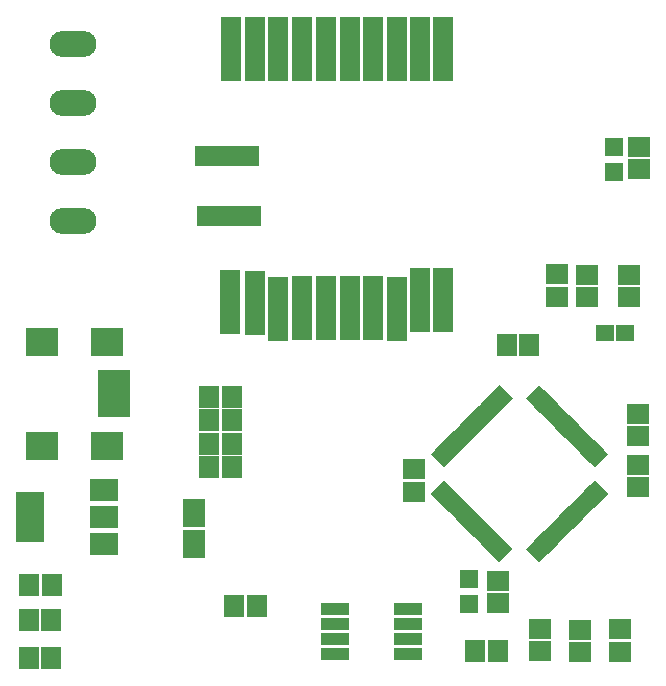
<source format=gbr>
G04 #@! TF.FileFunction,Soldermask,Top*
%FSLAX46Y46*%
G04 Gerber Fmt 4.6, Leading zero omitted, Abs format (unit mm)*
G04 Created by KiCad (PCBNEW 4.0.6) date 07/21/17 09:20:33*
%MOMM*%
%LPD*%
G01*
G04 APERTURE LIST*
%ADD10C,0.100000*%
%ADD11R,1.900000X1.700000*%
%ADD12R,2.800000X2.400000*%
%ADD13R,2.708000X0.900000*%
%ADD14R,1.700000X1.900000*%
%ADD15R,2.432000X1.060400*%
%ADD16R,1.500000X1.400000*%
%ADD17R,2.400000X1.900000*%
%ADD18R,2.400000X4.200000*%
%ADD19R,1.600000X1.600000*%
%ADD20R,1.670000X5.480000*%
%ADD21O,3.981400X2.190700*%
%ADD22R,5.480000X1.670000*%
%ADD23R,1.900000X2.400000*%
G04 APERTURE END LIST*
D10*
D11*
X169252900Y-129313900D03*
X169252900Y-131213900D03*
X172707300Y-129263100D03*
X172707300Y-131163100D03*
X155206700Y-117624900D03*
X155206700Y-115724900D03*
D12*
X129242700Y-104908900D03*
D13*
X129806700Y-107708900D03*
X129806700Y-108508900D03*
X129806700Y-109308900D03*
X129806700Y-110108900D03*
X129806700Y-110908900D03*
D12*
X123742700Y-104908900D03*
X129242700Y-113708900D03*
X123742700Y-113708900D03*
D14*
X137899100Y-111569500D03*
X139799100Y-111569500D03*
X141907300Y-127292100D03*
X140007300Y-127292100D03*
X160428900Y-131102100D03*
X162328900Y-131102100D03*
D11*
X165900100Y-131137700D03*
X165900100Y-129237700D03*
D14*
X137899100Y-113550700D03*
X139799100Y-113550700D03*
X137899100Y-115531900D03*
X139799100Y-115531900D03*
D15*
X154724100Y-131330700D03*
X148577300Y-131330700D03*
X154724100Y-130060700D03*
X154724100Y-128790700D03*
X148577300Y-130060700D03*
X148577300Y-128790700D03*
X154724100Y-127520700D03*
X148577300Y-127520700D03*
D10*
G36*
X157147143Y-118282731D02*
X156652168Y-117787756D01*
X157783539Y-116656385D01*
X158278514Y-117151360D01*
X157147143Y-118282731D01*
X157147143Y-118282731D01*
G37*
G36*
X157500696Y-118636285D02*
X157005721Y-118141310D01*
X158137092Y-117009939D01*
X158632067Y-117504914D01*
X157500696Y-118636285D01*
X157500696Y-118636285D01*
G37*
G36*
X157854250Y-118989838D02*
X157359275Y-118494863D01*
X158490646Y-117363492D01*
X158985621Y-117858467D01*
X157854250Y-118989838D01*
X157854250Y-118989838D01*
G37*
G36*
X158207803Y-119343391D02*
X157712828Y-118848416D01*
X158844199Y-117717045D01*
X159339174Y-118212020D01*
X158207803Y-119343391D01*
X158207803Y-119343391D01*
G37*
G36*
X158561356Y-119696945D02*
X158066381Y-119201970D01*
X159197752Y-118070599D01*
X159692727Y-118565574D01*
X158561356Y-119696945D01*
X158561356Y-119696945D01*
G37*
G36*
X158914910Y-120050498D02*
X158419935Y-119555523D01*
X159551306Y-118424152D01*
X160046281Y-118919127D01*
X158914910Y-120050498D01*
X158914910Y-120050498D01*
G37*
G36*
X159268463Y-120404052D02*
X158773488Y-119909077D01*
X159904859Y-118777706D01*
X160399834Y-119272681D01*
X159268463Y-120404052D01*
X159268463Y-120404052D01*
G37*
G36*
X159622017Y-120757605D02*
X159127042Y-120262630D01*
X160258413Y-119131259D01*
X160753388Y-119626234D01*
X159622017Y-120757605D01*
X159622017Y-120757605D01*
G37*
G36*
X159975570Y-121111158D02*
X159480595Y-120616183D01*
X160611966Y-119484812D01*
X161106941Y-119979787D01*
X159975570Y-121111158D01*
X159975570Y-121111158D01*
G37*
G36*
X160329123Y-121464712D02*
X159834148Y-120969737D01*
X160965519Y-119838366D01*
X161460494Y-120333341D01*
X160329123Y-121464712D01*
X160329123Y-121464712D01*
G37*
G36*
X160682677Y-121818265D02*
X160187702Y-121323290D01*
X161319073Y-120191919D01*
X161814048Y-120686894D01*
X160682677Y-121818265D01*
X160682677Y-121818265D01*
G37*
G36*
X161036230Y-122171819D02*
X160541255Y-121676844D01*
X161672626Y-120545473D01*
X162167601Y-121040448D01*
X161036230Y-122171819D01*
X161036230Y-122171819D01*
G37*
G36*
X161389784Y-122525372D02*
X160894809Y-122030397D01*
X162026180Y-120899026D01*
X162521155Y-121394001D01*
X161389784Y-122525372D01*
X161389784Y-122525372D01*
G37*
G36*
X161743337Y-122878925D02*
X161248362Y-122383950D01*
X162379733Y-121252579D01*
X162874708Y-121747554D01*
X161743337Y-122878925D01*
X161743337Y-122878925D01*
G37*
G36*
X162096890Y-123232479D02*
X161601915Y-122737504D01*
X162733286Y-121606133D01*
X163228261Y-122101108D01*
X162096890Y-123232479D01*
X162096890Y-123232479D01*
G37*
G36*
X162450444Y-123586032D02*
X161955469Y-123091057D01*
X163086840Y-121959686D01*
X163581815Y-122454661D01*
X162450444Y-123586032D01*
X162450444Y-123586032D01*
G37*
G36*
X165844556Y-123586032D02*
X164713185Y-122454661D01*
X165208160Y-121959686D01*
X166339531Y-123091057D01*
X165844556Y-123586032D01*
X165844556Y-123586032D01*
G37*
G36*
X166198110Y-123232479D02*
X165066739Y-122101108D01*
X165561714Y-121606133D01*
X166693085Y-122737504D01*
X166198110Y-123232479D01*
X166198110Y-123232479D01*
G37*
G36*
X166551663Y-122878925D02*
X165420292Y-121747554D01*
X165915267Y-121252579D01*
X167046638Y-122383950D01*
X166551663Y-122878925D01*
X166551663Y-122878925D01*
G37*
G36*
X166905216Y-122525372D02*
X165773845Y-121394001D01*
X166268820Y-120899026D01*
X167400191Y-122030397D01*
X166905216Y-122525372D01*
X166905216Y-122525372D01*
G37*
G36*
X167258770Y-122171819D02*
X166127399Y-121040448D01*
X166622374Y-120545473D01*
X167753745Y-121676844D01*
X167258770Y-122171819D01*
X167258770Y-122171819D01*
G37*
G36*
X167612323Y-121818265D02*
X166480952Y-120686894D01*
X166975927Y-120191919D01*
X168107298Y-121323290D01*
X167612323Y-121818265D01*
X167612323Y-121818265D01*
G37*
G36*
X167965877Y-121464712D02*
X166834506Y-120333341D01*
X167329481Y-119838366D01*
X168460852Y-120969737D01*
X167965877Y-121464712D01*
X167965877Y-121464712D01*
G37*
G36*
X168319430Y-121111158D02*
X167188059Y-119979787D01*
X167683034Y-119484812D01*
X168814405Y-120616183D01*
X168319430Y-121111158D01*
X168319430Y-121111158D01*
G37*
G36*
X168672983Y-120757605D02*
X167541612Y-119626234D01*
X168036587Y-119131259D01*
X169167958Y-120262630D01*
X168672983Y-120757605D01*
X168672983Y-120757605D01*
G37*
G36*
X169026537Y-120404052D02*
X167895166Y-119272681D01*
X168390141Y-118777706D01*
X169521512Y-119909077D01*
X169026537Y-120404052D01*
X169026537Y-120404052D01*
G37*
G36*
X169380090Y-120050498D02*
X168248719Y-118919127D01*
X168743694Y-118424152D01*
X169875065Y-119555523D01*
X169380090Y-120050498D01*
X169380090Y-120050498D01*
G37*
G36*
X169733644Y-119696945D02*
X168602273Y-118565574D01*
X169097248Y-118070599D01*
X170228619Y-119201970D01*
X169733644Y-119696945D01*
X169733644Y-119696945D01*
G37*
G36*
X170087197Y-119343391D02*
X168955826Y-118212020D01*
X169450801Y-117717045D01*
X170582172Y-118848416D01*
X170087197Y-119343391D01*
X170087197Y-119343391D01*
G37*
G36*
X170440750Y-118989838D02*
X169309379Y-117858467D01*
X169804354Y-117363492D01*
X170935725Y-118494863D01*
X170440750Y-118989838D01*
X170440750Y-118989838D01*
G37*
G36*
X170794304Y-118636285D02*
X169662933Y-117504914D01*
X170157908Y-117009939D01*
X171289279Y-118141310D01*
X170794304Y-118636285D01*
X170794304Y-118636285D01*
G37*
G36*
X171147857Y-118282731D02*
X170016486Y-117151360D01*
X170511461Y-116656385D01*
X171642832Y-117787756D01*
X171147857Y-118282731D01*
X171147857Y-118282731D01*
G37*
G36*
X170511461Y-115525015D02*
X170016486Y-115030040D01*
X171147857Y-113898669D01*
X171642832Y-114393644D01*
X170511461Y-115525015D01*
X170511461Y-115525015D01*
G37*
G36*
X170157908Y-115171461D02*
X169662933Y-114676486D01*
X170794304Y-113545115D01*
X171289279Y-114040090D01*
X170157908Y-115171461D01*
X170157908Y-115171461D01*
G37*
G36*
X169804354Y-114817908D02*
X169309379Y-114322933D01*
X170440750Y-113191562D01*
X170935725Y-113686537D01*
X169804354Y-114817908D01*
X169804354Y-114817908D01*
G37*
G36*
X169450801Y-114464355D02*
X168955826Y-113969380D01*
X170087197Y-112838009D01*
X170582172Y-113332984D01*
X169450801Y-114464355D01*
X169450801Y-114464355D01*
G37*
G36*
X169097248Y-114110801D02*
X168602273Y-113615826D01*
X169733644Y-112484455D01*
X170228619Y-112979430D01*
X169097248Y-114110801D01*
X169097248Y-114110801D01*
G37*
G36*
X168743694Y-113757248D02*
X168248719Y-113262273D01*
X169380090Y-112130902D01*
X169875065Y-112625877D01*
X168743694Y-113757248D01*
X168743694Y-113757248D01*
G37*
G36*
X168390141Y-113403694D02*
X167895166Y-112908719D01*
X169026537Y-111777348D01*
X169521512Y-112272323D01*
X168390141Y-113403694D01*
X168390141Y-113403694D01*
G37*
G36*
X168036587Y-113050141D02*
X167541612Y-112555166D01*
X168672983Y-111423795D01*
X169167958Y-111918770D01*
X168036587Y-113050141D01*
X168036587Y-113050141D01*
G37*
G36*
X167683034Y-112696588D02*
X167188059Y-112201613D01*
X168319430Y-111070242D01*
X168814405Y-111565217D01*
X167683034Y-112696588D01*
X167683034Y-112696588D01*
G37*
G36*
X167329481Y-112343034D02*
X166834506Y-111848059D01*
X167965877Y-110716688D01*
X168460852Y-111211663D01*
X167329481Y-112343034D01*
X167329481Y-112343034D01*
G37*
G36*
X166975927Y-111989481D02*
X166480952Y-111494506D01*
X167612323Y-110363135D01*
X168107298Y-110858110D01*
X166975927Y-111989481D01*
X166975927Y-111989481D01*
G37*
G36*
X166622374Y-111635927D02*
X166127399Y-111140952D01*
X167258770Y-110009581D01*
X167753745Y-110504556D01*
X166622374Y-111635927D01*
X166622374Y-111635927D01*
G37*
G36*
X166268820Y-111282374D02*
X165773845Y-110787399D01*
X166905216Y-109656028D01*
X167400191Y-110151003D01*
X166268820Y-111282374D01*
X166268820Y-111282374D01*
G37*
G36*
X165915267Y-110928821D02*
X165420292Y-110433846D01*
X166551663Y-109302475D01*
X167046638Y-109797450D01*
X165915267Y-110928821D01*
X165915267Y-110928821D01*
G37*
G36*
X165561714Y-110575267D02*
X165066739Y-110080292D01*
X166198110Y-108948921D01*
X166693085Y-109443896D01*
X165561714Y-110575267D01*
X165561714Y-110575267D01*
G37*
G36*
X165208160Y-110221714D02*
X164713185Y-109726739D01*
X165844556Y-108595368D01*
X166339531Y-109090343D01*
X165208160Y-110221714D01*
X165208160Y-110221714D01*
G37*
G36*
X163086840Y-110221714D02*
X161955469Y-109090343D01*
X162450444Y-108595368D01*
X163581815Y-109726739D01*
X163086840Y-110221714D01*
X163086840Y-110221714D01*
G37*
G36*
X162733286Y-110575267D02*
X161601915Y-109443896D01*
X162096890Y-108948921D01*
X163228261Y-110080292D01*
X162733286Y-110575267D01*
X162733286Y-110575267D01*
G37*
G36*
X162379733Y-110928821D02*
X161248362Y-109797450D01*
X161743337Y-109302475D01*
X162874708Y-110433846D01*
X162379733Y-110928821D01*
X162379733Y-110928821D01*
G37*
G36*
X162026180Y-111282374D02*
X160894809Y-110151003D01*
X161389784Y-109656028D01*
X162521155Y-110787399D01*
X162026180Y-111282374D01*
X162026180Y-111282374D01*
G37*
G36*
X161672626Y-111635927D02*
X160541255Y-110504556D01*
X161036230Y-110009581D01*
X162167601Y-111140952D01*
X161672626Y-111635927D01*
X161672626Y-111635927D01*
G37*
G36*
X161319073Y-111989481D02*
X160187702Y-110858110D01*
X160682677Y-110363135D01*
X161814048Y-111494506D01*
X161319073Y-111989481D01*
X161319073Y-111989481D01*
G37*
G36*
X160965519Y-112343034D02*
X159834148Y-111211663D01*
X160329123Y-110716688D01*
X161460494Y-111848059D01*
X160965519Y-112343034D01*
X160965519Y-112343034D01*
G37*
G36*
X160611966Y-112696588D02*
X159480595Y-111565217D01*
X159975570Y-111070242D01*
X161106941Y-112201613D01*
X160611966Y-112696588D01*
X160611966Y-112696588D01*
G37*
G36*
X160258413Y-113050141D02*
X159127042Y-111918770D01*
X159622017Y-111423795D01*
X160753388Y-112555166D01*
X160258413Y-113050141D01*
X160258413Y-113050141D01*
G37*
G36*
X159904859Y-113403694D02*
X158773488Y-112272323D01*
X159268463Y-111777348D01*
X160399834Y-112908719D01*
X159904859Y-113403694D01*
X159904859Y-113403694D01*
G37*
G36*
X159551306Y-113757248D02*
X158419935Y-112625877D01*
X158914910Y-112130902D01*
X160046281Y-113262273D01*
X159551306Y-113757248D01*
X159551306Y-113757248D01*
G37*
G36*
X159197752Y-114110801D02*
X158066381Y-112979430D01*
X158561356Y-112484455D01*
X159692727Y-113615826D01*
X159197752Y-114110801D01*
X159197752Y-114110801D01*
G37*
G36*
X158844199Y-114464355D02*
X157712828Y-113332984D01*
X158207803Y-112838009D01*
X159339174Y-113969380D01*
X158844199Y-114464355D01*
X158844199Y-114464355D01*
G37*
G36*
X158490646Y-114817908D02*
X157359275Y-113686537D01*
X157854250Y-113191562D01*
X158985621Y-114322933D01*
X158490646Y-114817908D01*
X158490646Y-114817908D01*
G37*
G36*
X158137092Y-115171461D02*
X157005721Y-114040090D01*
X157500696Y-113545115D01*
X158632067Y-114676486D01*
X158137092Y-115171461D01*
X158137092Y-115171461D01*
G37*
G36*
X157783539Y-115525015D02*
X156652168Y-114393644D01*
X157147143Y-113898669D01*
X158278514Y-115030040D01*
X157783539Y-115525015D01*
X157783539Y-115525015D01*
G37*
D11*
X174205900Y-111000500D03*
X174205900Y-112900500D03*
X174231300Y-117243900D03*
X174231300Y-115343900D03*
D16*
X171425500Y-104152700D03*
X173125500Y-104152700D03*
D11*
X173443900Y-101140300D03*
X173443900Y-99240300D03*
X169862500Y-101140300D03*
X169862500Y-99240300D03*
D14*
X164995900Y-105219500D03*
X163095900Y-105219500D03*
D11*
X167373300Y-99214900D03*
X167373300Y-101114900D03*
D14*
X139799100Y-109588300D03*
X137899100Y-109588300D03*
X122608300Y-131737100D03*
X124508300Y-131737100D03*
X122659100Y-125514100D03*
X124559100Y-125514100D03*
X122633700Y-128511300D03*
X124533700Y-128511300D03*
D17*
X129019700Y-122048300D03*
X129019700Y-119748300D03*
X129019700Y-117448300D03*
D18*
X122719700Y-119748300D03*
D19*
X159905700Y-127148300D03*
X159905700Y-125048300D03*
D11*
X162369500Y-127073700D03*
X162369500Y-125173700D03*
D19*
X172199300Y-88421500D03*
X172199300Y-90521500D03*
D11*
X174282100Y-88419900D03*
X174282100Y-90319900D03*
D20*
X139687300Y-101536500D03*
X141744700Y-101612700D03*
X143725900Y-102120700D03*
X145757900Y-102095300D03*
X147764500Y-102095300D03*
X149771100Y-102095300D03*
X151752300Y-102095300D03*
X153758900Y-102120700D03*
X155765500Y-101384100D03*
X157695900Y-101409500D03*
X157721300Y-80124300D03*
X155765500Y-80149700D03*
X153758900Y-80124300D03*
X151752300Y-80149700D03*
X149771100Y-80124300D03*
X147764500Y-80149700D03*
X145732500Y-80124300D03*
X143725900Y-80124300D03*
X141744700Y-80124300D03*
X139712700Y-80098900D03*
D21*
X126352300Y-94736300D03*
X126352300Y-89736300D03*
X126352300Y-84736300D03*
X126352300Y-79736300D03*
D22*
X139357100Y-89192100D03*
X139585700Y-94272100D03*
D23*
X136588500Y-122013500D03*
X136588500Y-119413500D03*
M02*

</source>
